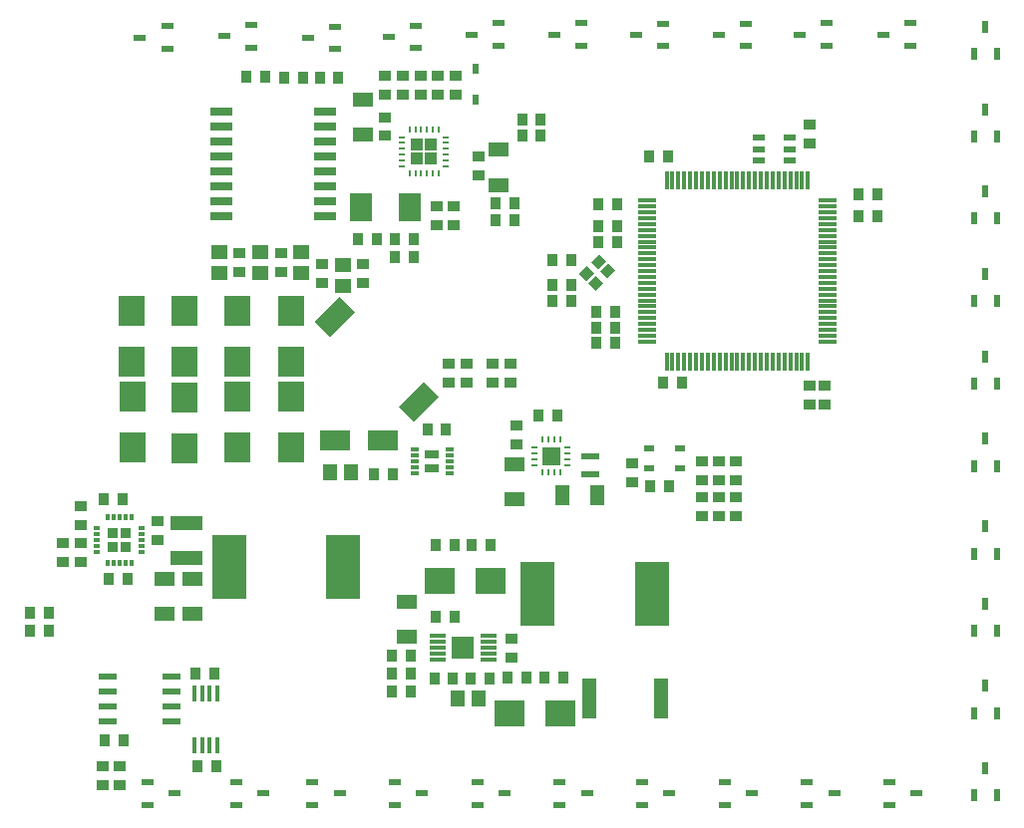
<source format=gtp>
G04 #@! TF.FileFunction,Paste,Top*
%FSLAX46Y46*%
G04 Gerber Fmt 4.6, Leading zero omitted, Abs format (unit mm)*
G04 Created by KiCad (PCBNEW 4.0.4-stable) date Saturday, 15 October 2016 'PMt' 13:44:15*
%MOMM*%
%LPD*%
G01*
G04 APERTURE LIST*
%ADD10C,0.100000*%
%ADD11R,0.950000X1.000000*%
%ADD12R,0.480000X0.230000*%
%ADD13R,0.230000X0.480000*%
%ADD14R,1.002000X1.002000*%
%ADD15R,1.000000X0.950000*%
%ADD16R,1.800000X1.150000*%
%ADD17R,1.150000X1.800000*%
%ADD18R,1.450000X1.150000*%
%ADD19R,1.150000X1.450000*%
%ADD20R,2.700000X1.150000*%
%ADD21R,2.300000X2.500000*%
%ADD22R,2.500000X1.700000*%
%ADD23R,0.500000X0.900000*%
%ADD24R,0.900000X0.500000*%
%ADD25R,2.500000X2.300000*%
%ADD26R,1.500000X0.300000*%
%ADD27R,0.300000X1.500000*%
%ADD28R,0.600000X0.250000*%
%ADD29R,0.250000X0.600000*%
%ADD30R,1.502000X1.502000*%
%ADD31R,1.100000X0.600000*%
%ADD32R,0.700000X0.300000*%
%ADD33R,1.202000X0.802000*%
%ADD34R,0.300000X0.600000*%
%ADD35R,0.600000X0.300000*%
%ADD36R,0.852000X0.852000*%
%ADD37R,1.600000X0.500000*%
%ADD38R,2.900000X5.400000*%
%ADD39R,1.000000X0.600000*%
%ADD40R,0.600000X1.000000*%
%ADD41R,1.910000X0.640000*%
%ADD42R,1.900000X2.400000*%
%ADD43R,1.250000X3.400000*%
%ADD44R,0.450000X1.450000*%
%ADD45R,1.550000X0.600000*%
%ADD46R,1.450000X0.300000*%
%ADD47R,1.832000X1.892000*%
G04 APERTURE END LIST*
D10*
D11*
X72100000Y-113800000D03*
X73700000Y-113800000D03*
D12*
X72970000Y-66710000D03*
X72970000Y-67210000D03*
X72970000Y-67710000D03*
X72970000Y-68210000D03*
X72970000Y-68710000D03*
X72970000Y-69210000D03*
D13*
X73580000Y-69820000D03*
X74080000Y-69820000D03*
X74580000Y-69820000D03*
X75080000Y-69820000D03*
X75580000Y-69820000D03*
X76080000Y-69820000D03*
D12*
X76690000Y-69210000D03*
X76690000Y-68710000D03*
X76690000Y-68210000D03*
X76690000Y-67710000D03*
X76690000Y-67210000D03*
X76690000Y-66710000D03*
D13*
X76080000Y-66100000D03*
X75580000Y-66100000D03*
X75080000Y-66100000D03*
X74580000Y-66100000D03*
X74080000Y-66100000D03*
X73580000Y-66100000D03*
D14*
X74230000Y-67360000D03*
X74230000Y-68560000D03*
X75430000Y-67360000D03*
X75430000Y-68560000D03*
D11*
X87320000Y-80600000D03*
X85720000Y-80600000D03*
D15*
X107520000Y-87800000D03*
X107520000Y-89400000D03*
D11*
X111720000Y-73400000D03*
X113320000Y-73400000D03*
X91220000Y-72400000D03*
X89620000Y-72400000D03*
X91020000Y-82900000D03*
X89420000Y-82900000D03*
X91020000Y-84200000D03*
X89420000Y-84200000D03*
X91220000Y-74300000D03*
X89620000Y-74300000D03*
X91020000Y-81600000D03*
X89420000Y-81600000D03*
X91220000Y-75600000D03*
X89620000Y-75600000D03*
X93960000Y-68400000D03*
X95560000Y-68400000D03*
D15*
X108820000Y-87800000D03*
X108820000Y-89400000D03*
D11*
X111720000Y-71600000D03*
X113320000Y-71600000D03*
X96710000Y-87540000D03*
X95110000Y-87540000D03*
D16*
X82470000Y-94490000D03*
X82470000Y-97490000D03*
D15*
X82660000Y-92820000D03*
X82660000Y-91220000D03*
D11*
X86120000Y-90400000D03*
X84520000Y-90400000D03*
D17*
X89570000Y-97140000D03*
X86570000Y-97140000D03*
D18*
X67900000Y-77600000D03*
X67900000Y-79400000D03*
X57400000Y-76450000D03*
X57400000Y-78250000D03*
X64400000Y-76450000D03*
X64400000Y-78250000D03*
X60900000Y-76450000D03*
X60900000Y-78250000D03*
D19*
X66830000Y-95180000D03*
X68630000Y-95180000D03*
D11*
X72350000Y-76900000D03*
X73950000Y-76900000D03*
X61360000Y-61620000D03*
X59760000Y-61620000D03*
D15*
X74500000Y-63100000D03*
X74500000Y-61500000D03*
X73000000Y-63100000D03*
X73000000Y-61500000D03*
D11*
X73930000Y-75410000D03*
X72330000Y-75410000D03*
D20*
X54650000Y-99500000D03*
X54650000Y-102500000D03*
D11*
X69230000Y-75410000D03*
X70830000Y-75410000D03*
D16*
X81130000Y-70800000D03*
X81130000Y-67800000D03*
D15*
X45630000Y-99680000D03*
X45630000Y-98080000D03*
X79480000Y-69960000D03*
X79480000Y-68360000D03*
D16*
X69600000Y-66500000D03*
X69600000Y-63500000D03*
D15*
X71530000Y-66620000D03*
X71530000Y-65020000D03*
D11*
X48050000Y-104250000D03*
X49650000Y-104250000D03*
D15*
X52200000Y-99350000D03*
X52200000Y-100950000D03*
X76000000Y-63100000D03*
X76000000Y-61500000D03*
D16*
X52800000Y-107250000D03*
X52800000Y-104250000D03*
X55150000Y-107250000D03*
X55150000Y-104250000D03*
X73340000Y-109210000D03*
X73340000Y-106210000D03*
D19*
X79440000Y-114460000D03*
X77640000Y-114460000D03*
D15*
X82280000Y-110960000D03*
X82280000Y-109360000D03*
D11*
X75790000Y-107510000D03*
X77390000Y-107510000D03*
X85010000Y-112640000D03*
X86610000Y-112640000D03*
D21*
X63500000Y-81500000D03*
X63500000Y-85800000D03*
X63500000Y-88800000D03*
X63500000Y-93100000D03*
X59000000Y-81500000D03*
X59000000Y-85800000D03*
X59000000Y-88800000D03*
X59000000Y-93100000D03*
X50000000Y-81500000D03*
X50000000Y-85800000D03*
X50050000Y-88800000D03*
X50050000Y-93100000D03*
X54500000Y-81500000D03*
X54500000Y-85800000D03*
X54500000Y-88850000D03*
X54500000Y-93150000D03*
D22*
X67300000Y-92500000D03*
X71300000Y-92500000D03*
D23*
X79200000Y-60950000D03*
X79200000Y-63550000D03*
D24*
X96538582Y-94836758D03*
X93938582Y-94836758D03*
X96518582Y-93166758D03*
X93918582Y-93166758D03*
D25*
X82090000Y-115710000D03*
X86390000Y-115710000D03*
X80440000Y-104410000D03*
X76140000Y-104410000D03*
D26*
X93720000Y-72100000D03*
X93720000Y-72600000D03*
X93720000Y-73100000D03*
X93720000Y-73600000D03*
X93720000Y-74100000D03*
X93720000Y-74600000D03*
X93720000Y-75100000D03*
X93720000Y-75600000D03*
X93720000Y-76100000D03*
X93720000Y-76600000D03*
X93720000Y-77100000D03*
X93720000Y-77600000D03*
X93720000Y-78100000D03*
X93720000Y-78600000D03*
X93720000Y-79100000D03*
X93720000Y-79600000D03*
X93720000Y-80100000D03*
X93720000Y-80600000D03*
X93720000Y-81100000D03*
X93720000Y-81600000D03*
X93720000Y-82100000D03*
X93720000Y-82600000D03*
X93720000Y-83100000D03*
X93720000Y-83600000D03*
X93720000Y-84100000D03*
D27*
X95420000Y-85800000D03*
X95920000Y-85800000D03*
X96420000Y-85800000D03*
X96920000Y-85800000D03*
X97420000Y-85800000D03*
X97920000Y-85800000D03*
X98420000Y-85800000D03*
X98920000Y-85800000D03*
X99420000Y-85800000D03*
X99920000Y-85800000D03*
X100420000Y-85800000D03*
X100920000Y-85800000D03*
X101420000Y-85800000D03*
X101920000Y-85800000D03*
X102420000Y-85800000D03*
X102920000Y-85800000D03*
X103420000Y-85800000D03*
X103920000Y-85800000D03*
X104420000Y-85800000D03*
X104920000Y-85800000D03*
X105420000Y-85800000D03*
X105920000Y-85800000D03*
X106420000Y-85800000D03*
X106920000Y-85800000D03*
X107420000Y-85800000D03*
D26*
X109120000Y-84100000D03*
X109120000Y-83600000D03*
X109120000Y-83100000D03*
X109120000Y-82600000D03*
X109120000Y-82100000D03*
X109120000Y-81600000D03*
X109120000Y-81100000D03*
X109120000Y-80600000D03*
X109120000Y-80100000D03*
X109120000Y-79600000D03*
X109120000Y-79100000D03*
X109120000Y-78600000D03*
X109120000Y-78100000D03*
X109120000Y-77600000D03*
X109120000Y-77100000D03*
X109120000Y-76600000D03*
X109120000Y-76100000D03*
X109120000Y-75600000D03*
X109120000Y-75100000D03*
X109120000Y-74600000D03*
X109120000Y-74100000D03*
X109120000Y-73600000D03*
X109120000Y-73100000D03*
X109120000Y-72600000D03*
X109120000Y-72100000D03*
D27*
X107420000Y-70400000D03*
X106920000Y-70400000D03*
X106420000Y-70400000D03*
X105920000Y-70400000D03*
X105420000Y-70400000D03*
X104920000Y-70400000D03*
X104420000Y-70400000D03*
X103920000Y-70400000D03*
X103420000Y-70400000D03*
X102920000Y-70400000D03*
X102420000Y-70400000D03*
X101920000Y-70400000D03*
X101420000Y-70400000D03*
X100920000Y-70400000D03*
X100420000Y-70400000D03*
X99920000Y-70400000D03*
X99420000Y-70400000D03*
X98920000Y-70400000D03*
X98420000Y-70400000D03*
X97920000Y-70400000D03*
X97420000Y-70400000D03*
X96920000Y-70400000D03*
X96420000Y-70400000D03*
X95920000Y-70400000D03*
X95420000Y-70400000D03*
D28*
X87020000Y-94590000D03*
X87020000Y-94090000D03*
X87020000Y-93590000D03*
X87020000Y-93090000D03*
D29*
X86370000Y-92440000D03*
X85870000Y-92440000D03*
X85370000Y-92440000D03*
X84870000Y-92440000D03*
D28*
X84220000Y-93090000D03*
X84220000Y-93590000D03*
X84220000Y-94090000D03*
X84220000Y-94590000D03*
D29*
X84870000Y-95240000D03*
X85370000Y-95240000D03*
X85870000Y-95240000D03*
X86370000Y-95240000D03*
D30*
X85620000Y-93840000D03*
D31*
X103250000Y-66780000D03*
X103250000Y-67730000D03*
X103250000Y-68680000D03*
X105850000Y-68680000D03*
X105850000Y-67730000D03*
X105850000Y-66780000D03*
D32*
X74025000Y-93250000D03*
X74025000Y-93750000D03*
X74025000Y-94250000D03*
X74025000Y-94750000D03*
X74025000Y-95250000D03*
X76975000Y-95250000D03*
X76975000Y-94750000D03*
X76975000Y-94250000D03*
X76975000Y-93750000D03*
X76975000Y-93250000D03*
D33*
X75500000Y-93650000D03*
X75500000Y-94850000D03*
D34*
X49950000Y-99025000D03*
X49450000Y-99025000D03*
X48950000Y-99025000D03*
X48450000Y-99025000D03*
X47950000Y-99025000D03*
D35*
X47025000Y-99950000D03*
X47025000Y-100450000D03*
X47025000Y-100950000D03*
X47025000Y-101450000D03*
X47025000Y-101950000D03*
D34*
X47950000Y-102875000D03*
X48450000Y-102875000D03*
X48950000Y-102875000D03*
X49450000Y-102875000D03*
X49950000Y-102875000D03*
D35*
X50875000Y-101950000D03*
X50875000Y-101450000D03*
X50875000Y-100950000D03*
X50875000Y-100450000D03*
X50875000Y-99950000D03*
D36*
X49515000Y-100385000D03*
X48385000Y-100385000D03*
X49515000Y-101515000D03*
X48385000Y-101515000D03*
D37*
X88970000Y-93840000D03*
X88970000Y-95340000D03*
D10*
G36*
X72675266Y-89596586D02*
X74796586Y-87475266D01*
X76104734Y-88783414D01*
X73983414Y-90904734D01*
X72675266Y-89596586D01*
X72675266Y-89596586D01*
G37*
G36*
X65495266Y-82416586D02*
X67616586Y-80295266D01*
X68924734Y-81603414D01*
X66803414Y-83724734D01*
X65495266Y-82416586D01*
X65495266Y-82416586D01*
G37*
D15*
X71500000Y-61500000D03*
X71500000Y-63100000D03*
D38*
X67950000Y-103250000D03*
X58250000Y-103250000D03*
X94160000Y-105530000D03*
X84460000Y-105530000D03*
D39*
X51350000Y-121550000D03*
X51350000Y-123450000D03*
X53650000Y-122500000D03*
X58860000Y-121540000D03*
X58860000Y-123440000D03*
X61160000Y-122490000D03*
X65350000Y-121550000D03*
X65350000Y-123450000D03*
X67650000Y-122500000D03*
X72350000Y-121550000D03*
X72350000Y-123450000D03*
X74650000Y-122500000D03*
X79350000Y-121550000D03*
X79350000Y-123450000D03*
X81650000Y-122500000D03*
X86350000Y-121550000D03*
X86350000Y-123450000D03*
X88650000Y-122500000D03*
X93350000Y-121550000D03*
X93350000Y-123450000D03*
X95650000Y-122500000D03*
X100350000Y-121550000D03*
X100350000Y-123450000D03*
X102650000Y-122500000D03*
X107350000Y-121550000D03*
X107350000Y-123450000D03*
X109650000Y-122500000D03*
X114350000Y-121550000D03*
X114350000Y-123450000D03*
X116650000Y-122500000D03*
D40*
X121550000Y-122650000D03*
X123450000Y-122650000D03*
X122500000Y-120350000D03*
X121550000Y-115650000D03*
X123450000Y-115650000D03*
X122500000Y-113350000D03*
X121550000Y-108650000D03*
X123450000Y-108650000D03*
X122500000Y-106350000D03*
X121550000Y-102100000D03*
X123450000Y-102100000D03*
X122500000Y-99800000D03*
X121550000Y-94650000D03*
X123450000Y-94650000D03*
X122500000Y-92350000D03*
X121550000Y-87650000D03*
X123450000Y-87650000D03*
X122500000Y-85350000D03*
X121550000Y-80650000D03*
X123450000Y-80650000D03*
X122500000Y-78350000D03*
X121550000Y-73650000D03*
X123450000Y-73650000D03*
X122500000Y-71350000D03*
X121550000Y-66650000D03*
X123450000Y-66650000D03*
X122500000Y-64350000D03*
X121550000Y-59650000D03*
X123450000Y-59650000D03*
X122500000Y-57350000D03*
D39*
X116150000Y-58950000D03*
X116150000Y-57050000D03*
X113850000Y-58000000D03*
X109000000Y-58950000D03*
X109000000Y-57050000D03*
X106700000Y-58000000D03*
X102150000Y-59000000D03*
X102150000Y-57100000D03*
X99850000Y-58050000D03*
X95090000Y-58990000D03*
X95090000Y-57090000D03*
X92790000Y-58040000D03*
X88150000Y-58950000D03*
X88150000Y-57050000D03*
X85850000Y-58000000D03*
X81150000Y-58950000D03*
X81150000Y-57050000D03*
X78850000Y-58000000D03*
X74140000Y-59130000D03*
X74140000Y-57230000D03*
X71840000Y-58180000D03*
X67250000Y-59250000D03*
X67250000Y-57350000D03*
X64950000Y-58300000D03*
X60180000Y-59100000D03*
X60180000Y-57200000D03*
X57880000Y-58150000D03*
X53000000Y-59200000D03*
X53000000Y-57300000D03*
X50700000Y-58250000D03*
D15*
X69650000Y-79100000D03*
X69650000Y-77500000D03*
X59150000Y-78150000D03*
X59150000Y-76550000D03*
X66150000Y-79100000D03*
X66150000Y-77500000D03*
X62650000Y-78150000D03*
X62650000Y-76550000D03*
D11*
X72160000Y-95340000D03*
X70560000Y-95340000D03*
X76700000Y-91600000D03*
X75100000Y-91600000D03*
X49250000Y-97500000D03*
X47650000Y-97500000D03*
D15*
X75880000Y-72600000D03*
X75880000Y-74200000D03*
X77300000Y-74200000D03*
X77300000Y-72600000D03*
X77500000Y-61500000D03*
X77500000Y-63100000D03*
X45660000Y-102800000D03*
X45660000Y-101200000D03*
X44140000Y-101200000D03*
X44140000Y-102800000D03*
D11*
X72100000Y-110800000D03*
X73700000Y-110800000D03*
X73700000Y-112300000D03*
X72100000Y-112300000D03*
X78800000Y-112700000D03*
X80400000Y-112700000D03*
X94008582Y-96416758D03*
X95608582Y-96416758D03*
X75690000Y-112710000D03*
X77290000Y-112710000D03*
D15*
X92488582Y-94466758D03*
X92488582Y-96066758D03*
D11*
X83500000Y-112640000D03*
X81900000Y-112640000D03*
D41*
X57615000Y-64555000D03*
X57615000Y-65825000D03*
X57615000Y-67095000D03*
X57615000Y-68365000D03*
X57615000Y-69635000D03*
X57615000Y-70905000D03*
X57615000Y-72175000D03*
X57615000Y-73445000D03*
X66385000Y-73445000D03*
X66385000Y-72175000D03*
X66385000Y-70905000D03*
X66385000Y-69635000D03*
X66385000Y-68365000D03*
X66385000Y-67095000D03*
X66385000Y-65825000D03*
X66385000Y-64555000D03*
D42*
X69480000Y-72660000D03*
X73580000Y-72660000D03*
D43*
X94940000Y-114450000D03*
X88840000Y-114450000D03*
D11*
X55410000Y-112270000D03*
X57010000Y-112270000D03*
X47670000Y-117970000D03*
X49270000Y-117970000D03*
X55600000Y-120190000D03*
X57200000Y-120190000D03*
D44*
X55325000Y-118420000D03*
X55975000Y-118420000D03*
X56625000Y-118420000D03*
X57275000Y-118420000D03*
X57275000Y-114020000D03*
X56625000Y-114020000D03*
X55975000Y-114020000D03*
X55325000Y-114020000D03*
D45*
X53370000Y-116375000D03*
X53370000Y-115105000D03*
X53370000Y-113835000D03*
X53370000Y-112565000D03*
X47970000Y-112565000D03*
X47970000Y-113835000D03*
X47970000Y-115105000D03*
X47970000Y-116375000D03*
D46*
X75940000Y-109110000D03*
X75940000Y-109610000D03*
X75940000Y-110110000D03*
X75940000Y-110610000D03*
X75940000Y-111110000D03*
X80340000Y-111110000D03*
X80340000Y-110610000D03*
X80340000Y-110110000D03*
X80340000Y-109610000D03*
X80340000Y-109110000D03*
D47*
X78140000Y-110110000D03*
D15*
X107570000Y-65650000D03*
X107570000Y-67250000D03*
X76900000Y-85950000D03*
X76900000Y-87550000D03*
D11*
X41360000Y-107160000D03*
X42960000Y-107160000D03*
D15*
X47500000Y-121800000D03*
X47500000Y-120200000D03*
X80660000Y-86010000D03*
X80660000Y-87610000D03*
D11*
X65950000Y-61700000D03*
X67550000Y-61700000D03*
D15*
X101280000Y-95880000D03*
X101280000Y-94280000D03*
D11*
X78890000Y-101420000D03*
X80490000Y-101420000D03*
D15*
X98430000Y-95880000D03*
X98430000Y-94280000D03*
X99870000Y-95880000D03*
X99870000Y-94280000D03*
X78410000Y-85940000D03*
X78410000Y-87540000D03*
D11*
X41360000Y-108650000D03*
X42960000Y-108650000D03*
D15*
X49000000Y-121800000D03*
X49000000Y-120200000D03*
X82160000Y-85990000D03*
X82160000Y-87590000D03*
D11*
X64550000Y-61700000D03*
X62950000Y-61700000D03*
D15*
X101260000Y-97300000D03*
X101260000Y-98900000D03*
D11*
X77390000Y-101410000D03*
X75790000Y-101410000D03*
D15*
X98440000Y-97310000D03*
X98440000Y-98910000D03*
X99860000Y-97310000D03*
X99860000Y-98910000D03*
D11*
X87320000Y-77200000D03*
X85720000Y-77200000D03*
X87320000Y-79300000D03*
X85720000Y-79300000D03*
D10*
G36*
X89661421Y-76644365D02*
X90262462Y-77245406D01*
X89590711Y-77917157D01*
X88989670Y-77316116D01*
X89661421Y-76644365D01*
X89661421Y-76644365D01*
G37*
G36*
X88636116Y-77669670D02*
X89237157Y-78270711D01*
X88565406Y-78942462D01*
X87964365Y-78341421D01*
X88636116Y-77669670D01*
X88636116Y-77669670D01*
G37*
G36*
X89449289Y-78482843D02*
X90050330Y-79083884D01*
X89378579Y-79755635D01*
X88777538Y-79154594D01*
X89449289Y-78482843D01*
X89449289Y-78482843D01*
G37*
G36*
X90474594Y-77457538D02*
X91075635Y-78058579D01*
X90403884Y-78730330D01*
X89802843Y-78129289D01*
X90474594Y-77457538D01*
X90474594Y-77457538D01*
G37*
D11*
X80890000Y-73740000D03*
X82490000Y-73740000D03*
X80880000Y-72340000D03*
X82480000Y-72340000D03*
X83140000Y-66540000D03*
X84740000Y-66540000D03*
X83140000Y-65200000D03*
X84740000Y-65200000D03*
M02*

</source>
